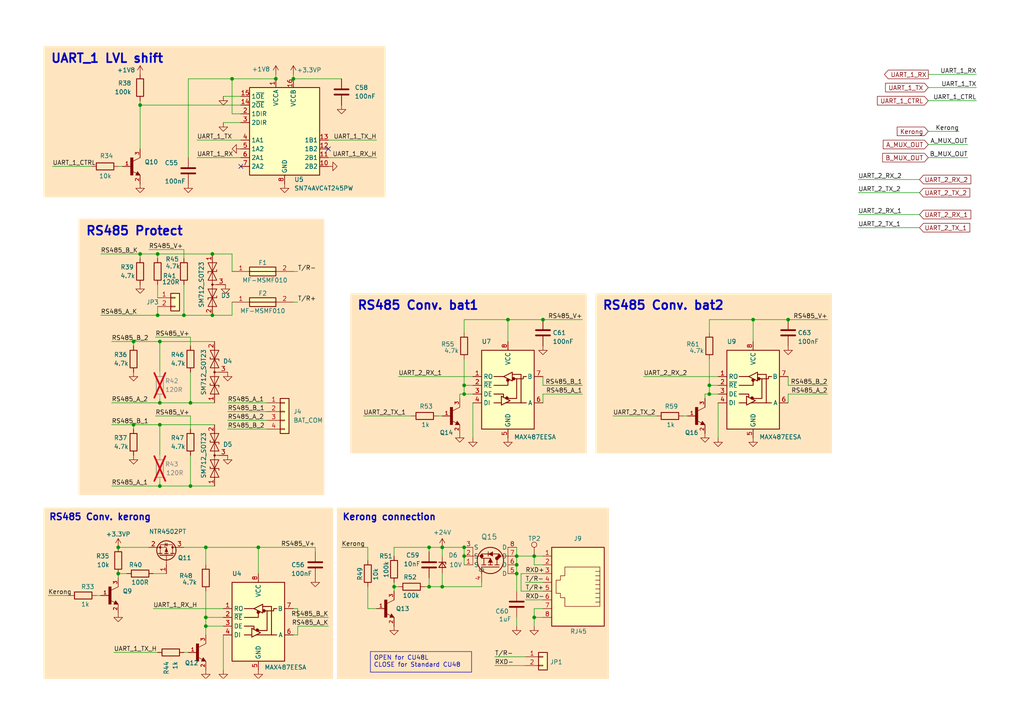
<source format=kicad_sch>
(kicad_sch (version 20231120) (generator "eeschema") (generator_version "8.0")
  (paper "A4")
  (title_block (title "Mallow Adapter") (rev "v1.0") (company "BLOQ.it") (comment 1 "A.Martins"))
  (junction (at 154.94 161.29))
  (junction (at 124.46 170.18))
  (junction (at 46.355 140.97))
  (junction (at 61.595 91.44))
  (junction (at 74.93 158.75))
  (junction (at 61.595 73.66))
  (junction (at 55.245 140.97))
  (junction (at 55.245 116.84))
  (junction (at 147.32 92.71))
  (junction (at 134.62 161.29))
  (junction (at 59.69 158.75))
  (junction (at 128.27 158.75))
  (junction (at 45.72 73.66))
  (junction (at 149.86 161.29))
  (junction (at 85.09 22.86))
  (junction (at 124.46 158.75))
  (junction (at 38.735 123.19))
  (junction (at 205.74 111.76))
  (junction (at 134.62 114.3))
  (junction (at 128.27 170.18))
  (junction (at 34.29 166.37))
  (junction (at 114.3 170.18))
  (junction (at 46.355 116.84))
  (junction (at 53.34 91.44))
  (junction (at 40.64 30.48))
  (junction (at 134.62 158.75))
  (junction (at 34.29 158.75))
  (junction (at 38.735 99.06))
  (junction (at 59.69 181.61))
  (junction (at 149.86 166.37))
  (junction (at 218.44 92.71))
  (junction (at 80.01 22.86))
  (junction (at 59.69 179.07))
  (junction (at 40.64 73.66))
  (junction (at 157.48 92.71))
  (junction (at 67.31 22.86))
  (junction (at 205.74 114.3))
  (junction (at 134.62 111.76))
  (junction (at 149.86 163.83))
  (junction (at 46.355 123.19))
  (junction (at 46.355 99.06))
  (junction (at 228.6 92.71))
  (junction (at 154.94 179.07))
  (junction (at 45.72 91.44))
  (no_connect (at 95.25 43.18))
  (no_connect (at 69.85 48.26))
  (wire (pts (xy 137.16 127) (xy 137.16 116.84)))
  (wire (pts (xy 157.48 179.07) (xy 154.94 179.07)))
  (wire (pts (xy 269.24 41.91) (xy 280.67 41.91)))
  (wire (pts (xy 61.595 91.44) (xy 67.31 91.44)))
  (wire (pts (xy 168.91 92.71) (xy 157.48 92.71)))
  (wire (pts (xy 154.94 161.29) (xy 157.48 161.29)))
  (wire (pts (xy 86.36 181.61) (xy 95.25 181.61)))
  (wire (pts (xy 115.57 109.22) (xy 137.16 109.22)))
  (wire (pts (xy 143.51 193.04) (xy 152.4 193.04)))
  (wire (pts (xy 114.3 158.75) (xy 124.46 158.75)))
  (wire (pts (xy 46.355 99.06) (xy 62.23 99.06)))
  (wire (pts (xy 157.48 114.3) (xy 157.48 116.84)))
  (wire (pts (xy 59.69 158.75) (xy 74.93 158.75)))
  (wire (pts (xy 157.48 114.3) (xy 168.91 114.3)))
  (wire (pts (xy 45.72 73.66) (xy 61.595 73.66)))
  (wire (pts (xy 85.09 78.74) (xy 86.36 78.74)))
  (wire (pts (xy 127 120.65) (xy 128.27 120.65)))
  (wire (pts (xy 248.92 52.07) (xy 266.7 52.07)))
  (wire (pts (xy 85.09 21.59) (xy 85.09 22.86)))
  (wire (pts (xy 20.32 172.72) (xy 13.97 172.72)))
  (wire (pts (xy 86.36 176.53) (xy 85.09 176.53)))
  (wire (pts (xy 86.36 181.61) (xy 86.36 184.15)))
  (wire (pts (xy 205.74 92.71) (xy 205.74 96.52)))
  (wire (pts (xy 137.16 111.76) (xy 134.62 111.76)))
  (wire (pts (xy 53.34 189.23) (xy 54.61 189.23)))
  (wire (pts (xy 59.69 171.45) (xy 59.69 179.07)))
  (wire (pts (xy 149.86 181.61) (xy 149.86 179.07)))
  (wire (pts (xy 147.32 92.71) (xy 157.48 92.71)))
  (wire (pts (xy 128.27 158.75) (xy 134.62 158.75)))
  (wire (pts (xy 139.7 170.18) (xy 139.7 168.91)))
  (wire (pts (xy 269.24 21.59) (xy 283.21 21.59)))
  (wire (pts (xy 27.94 172.72) (xy 29.21 172.72)))
  (wire (pts (xy 64.77 184.15) (xy 64.77 194.31)))
  (wire (pts (xy 147.32 92.71) (xy 147.32 99.06)))
  (wire (pts (xy 177.8 120.65) (xy 190.5 120.65)))
  (wire (pts (xy 248.92 66.04) (xy 266.7 66.04)))
  (wire (pts (xy 59.69 181.61) (xy 64.77 181.61)))
  (wire (pts (xy 85.09 87.63) (xy 86.36 87.63)))
  (wire (pts (xy 123.19 170.18) (xy 124.46 170.18)))
  (wire (pts (xy 45.72 82.55) (xy 45.72 86.36)))
  (wire (pts (xy 45.085 120.65) (xy 55.245 120.65)))
  (wire (pts (xy 205.74 111.76) (xy 205.74 114.3)))
  (wire (pts (xy 53.34 91.44) (xy 61.595 91.44)))
  (wire (pts (xy 248.92 62.23) (xy 266.7 62.23)))
  (wire (pts (xy 157.48 176.53) (xy 154.94 176.53)))
  (wire (pts (xy 46.355 139.7) (xy 46.355 140.97)))
  (wire (pts (xy 38.735 123.19) (xy 46.355 123.19)))
  (wire (pts (xy 34.29 158.75) (xy 43.18 158.75)))
  (wire (pts (xy 208.28 127) (xy 208.28 116.84)))
  (wire (pts (xy 149.86 158.75) (xy 149.86 161.29)))
  (wire (pts (xy 149.86 161.29) (xy 149.86 163.83)))
  (wire (pts (xy 40.64 30.48) (xy 40.64 43.18)))
  (wire (pts (xy 134.62 111.76) (xy 134.62 114.3)))
  (wire (pts (xy 269.24 29.21) (xy 283.21 29.21)))
  (wire (pts (xy 34.29 48.26) (xy 35.56 48.26)))
  (wire (pts (xy 157.48 111.76) (xy 157.48 109.22)))
  (wire (pts (xy 124.46 158.75) (xy 124.46 160.02)))
  (wire (pts (xy 154.94 176.53) (xy 154.94 179.07)))
  (wire (pts (xy 55.245 140.97) (xy 62.23 140.97)))
  (wire (pts (xy 283.21 25.4) (xy 269.24 25.4)))
  (wire (pts (xy 114.3 171.45) (xy 114.3 170.18)))
  (wire (pts (xy 204.47 115.57) (xy 204.47 114.3)))
  (wire (pts (xy 32.385 140.97) (xy 46.355 140.97)))
  (wire (pts (xy 32.385 116.84) (xy 46.355 116.84)))
  (wire (pts (xy 205.74 114.3) (xy 208.28 114.3)))
  (wire (pts (xy 32.385 123.19) (xy 38.735 123.19)))
  (wire (pts (xy 45.72 91.44) (xy 53.34 91.44)))
  (wire (pts (xy 38.735 100.33) (xy 38.735 99.06)))
  (wire (pts (xy 204.47 114.3) (xy 205.74 114.3)))
  (wire (pts (xy 80.01 21.59) (xy 80.01 22.86)))
  (wire (pts (xy 54.61 22.86) (xy 67.31 22.86)))
  (wire (pts (xy 64.77 27.94) (xy 69.85 27.94)))
  (wire (pts (xy 46.355 123.19) (xy 46.355 132.08)))
  (wire (pts (xy 64.77 35.56) (xy 69.85 35.56)))
  (wire (pts (xy 152.4 173.99) (xy 157.48 173.99)))
  (wire (pts (xy 152.4 168.91) (xy 157.48 168.91)))
  (wire (pts (xy 54.61 22.86) (xy 54.61 45.72)))
  (wire (pts (xy 53.34 158.75) (xy 59.69 158.75)))
  (wire (pts (xy 66.04 119.38) (xy 77.47 119.38)))
  (wire (pts (xy 66.04 116.84) (xy 77.47 116.84)))
  (wire (pts (xy 53.34 72.39) (xy 53.34 74.93)))
  (wire (pts (xy 44.45 176.53) (xy 64.77 176.53)))
  (wire (pts (xy 45.72 73.66) (xy 45.72 74.93)))
  (wire (pts (xy 240.03 92.71) (xy 228.6 92.71)))
  (wire (pts (xy 134.62 114.3) (xy 137.16 114.3)))
  (wire (pts (xy 154.94 163.83) (xy 154.94 161.29)))
  (wire (pts (xy 86.36 179.07) (xy 86.36 176.53)))
  (wire (pts (xy 269.24 38.1) (xy 278.13 38.1)))
  (wire (pts (xy 66.04 121.92) (xy 77.47 121.92)))
  (wire (pts (xy 53.34 82.55) (xy 53.34 91.44)))
  (wire (pts (xy 109.22 45.72) (xy 95.25 45.72)))
  (wire (pts (xy 69.85 45.72) (xy 57.15 45.72)))
  (wire (pts (xy 151.13 166.37) (xy 151.13 171.45)))
  (wire (pts (xy 269.24 45.72) (xy 280.67 45.72)))
  (wire (pts (xy 46.355 116.84) (xy 55.245 116.84)))
  (wire (pts (xy 59.69 184.15) (xy 59.69 181.61)))
  (wire (pts (xy 44.45 166.37) (xy 48.26 166.37)))
  (wire (pts (xy 66.04 124.46) (xy 77.47 124.46)))
  (wire (pts (xy 157.48 111.76) (xy 168.91 111.76)))
  (wire (pts (xy 34.29 166.37) (xy 34.29 167.64)))
  (wire (pts (xy 149.86 163.83) (xy 149.86 166.37)))
  (wire (pts (xy 205.74 104.14) (xy 205.74 111.76)))
  (wire (pts (xy 151.13 171.45) (xy 157.48 171.45)))
  (wire (pts (xy 40.64 74.93) (xy 40.64 73.66)))
  (wire (pts (xy 105.41 120.65) (xy 119.38 120.65)))
  (wire (pts (xy 38.735 124.46) (xy 38.735 123.19)))
  (wire (pts (xy 40.64 29.21) (xy 40.64 30.48)))
  (wire (pts (xy 67.31 22.86) (xy 80.01 22.86)))
  (wire (pts (xy 29.21 91.44) (xy 45.72 91.44)))
  (wire (pts (xy 124.46 167.64) (xy 124.46 170.18)))
  (wire (pts (xy 67.31 78.74) (xy 67.31 73.66)))
  (wire (pts (xy 59.69 179.07) (xy 64.77 179.07)))
  (wire (pts (xy 67.31 33.02) (xy 67.31 22.86)))
  (wire (pts (xy 46.355 140.97) (xy 55.245 140.97)))
  (wire (pts (xy 124.46 158.75) (xy 128.27 158.75)))
  (wire (pts (xy 59.69 158.75) (xy 59.69 163.83)))
  (wire (pts (xy 114.3 170.18) (xy 115.57 170.18)))
  (wire (pts (xy 114.3 168.91) (xy 114.3 170.18)))
  (wire (pts (xy 55.245 132.08) (xy 55.245 140.97)))
  (wire (pts (xy 228.6 114.3) (xy 228.6 116.84)))
  (wire (pts (xy 43.18 72.39) (xy 53.34 72.39)))
  (wire (pts (xy 74.93 158.75) (xy 91.44 158.75)))
  (wire (pts (xy 69.85 33.02) (xy 67.31 33.02)))
  (wire (pts (xy 34.29 166.37) (xy 36.83 166.37)))
  (wire (pts (xy 186.69 109.22) (xy 208.28 109.22)))
  (wire (pts (xy 208.28 111.76) (xy 205.74 111.76)))
  (wire (pts (xy 109.22 40.64) (xy 95.25 40.64)))
  (wire (pts (xy 46.355 99.06) (xy 46.355 107.95)))
  (wire (pts (xy 147.32 92.71) (xy 134.62 92.71)))
  (wire (pts (xy 85.09 184.15) (xy 86.36 184.15)))
  (wire (pts (xy 99.06 158.75) (xy 106.68 158.75)))
  (wire (pts (xy 134.62 104.14) (xy 134.62 111.76)))
  (wire (pts (xy 86.36 179.07) (xy 95.25 179.07)))
  (wire (pts (xy 149.86 166.37) (xy 149.86 171.45)))
  (wire (pts (xy 46.355 123.19) (xy 62.23 123.19)))
  (wire (pts (xy 218.44 92.71) (xy 205.74 92.71)))
  (wire (pts (xy 55.245 120.65) (xy 55.245 124.46)))
  (wire (pts (xy 46.355 115.57) (xy 46.355 116.84)))
  (wire (pts (xy 29.21 73.66) (xy 40.64 73.66)))
  (wire (pts (xy 61.595 73.66) (xy 67.31 73.66)))
  (wire (pts (xy 218.44 92.71) (xy 228.6 92.71)))
  (wire (pts (xy 15.24 48.26) (xy 26.67 48.26)))
  (wire (pts (xy 57.15 40.64) (xy 69.85 40.64)))
  (wire (pts (xy 106.68 176.53) (xy 109.22 176.53)))
  (wire (pts (xy 154.94 179.07) (xy 154.94 181.61)))
  (wire (pts (xy 85.09 22.86) (xy 99.06 22.86)))
  (wire (pts (xy 133.35 115.57) (xy 133.35 114.3)))
  (wire (pts (xy 134.62 92.71) (xy 134.62 96.52)))
  (wire (pts (xy 114.3 158.75) (xy 114.3 161.29)))
  (wire (pts (xy 133.35 114.3) (xy 134.62 114.3)))
  (wire (pts (xy 32.385 99.06) (xy 38.735 99.06)))
  (wire (pts (xy 55.245 116.84) (xy 62.23 116.84)))
  (wire (pts (xy 128.27 166.37) (xy 128.27 170.18)))
  (wire (pts (xy 134.62 158.75) (xy 134.62 161.29)))
  (wire (pts (xy 55.245 107.95) (xy 55.245 116.84)))
  (wire (pts (xy 74.93 158.75) (xy 74.93 166.37)))
  (wire (pts (xy 228.6 114.3) (xy 240.03 114.3)))
  (wire (pts (xy 67.31 87.63) (xy 67.31 91.44)))
  (wire (pts (xy 45.72 88.9) (xy 45.72 91.44)))
  (wire (pts (xy 40.64 30.48) (xy 69.85 30.48)))
  (wire (pts (xy 38.735 99.06) (xy 46.355 99.06)))
  (wire (pts (xy 106.68 162.56) (xy 106.68 158.75)))
  (wire (pts (xy 228.6 111.76) (xy 240.03 111.76)))
  (wire (pts (xy 149.86 161.29) (xy 154.94 161.29)))
  (wire (pts (xy 128.27 170.18) (xy 139.7 170.18)))
  (wire (pts (xy 124.46 170.18) (xy 128.27 170.18)))
  (wire (pts (xy 218.44 92.71) (xy 218.44 99.06)))
  (wire (pts (xy 134.62 161.29) (xy 134.62 163.83)))
  (wire (pts (xy 45.085 97.79) (xy 55.245 97.79)))
  (wire (pts (xy 40.64 73.66) (xy 45.72 73.66)))
  (wire (pts (xy 143.51 190.5) (xy 152.4 190.5)))
  (wire (pts (xy 128.27 158.75) (xy 128.27 161.29)))
  (wire (pts (xy 55.245 97.79) (xy 55.245 100.33)))
  (wire (pts (xy 106.68 170.18) (xy 106.68 176.53)))
  (wire (pts (xy 157.48 163.83) (xy 154.94 163.83)))
  (wire (pts (xy 248.92 55.88) (xy 266.7 55.88)))
  (wire (pts (xy 33.02 189.23) (xy 45.72 189.23)))
  (wire (pts (xy 59.69 179.07) (xy 59.69 181.61)))
  (wire (pts (xy 198.12 120.65) (xy 199.39 120.65)))
  (wire (pts (xy 151.13 166.37) (xy 157.48 166.37)))
  (wire (pts (xy 228.6 111.76) (xy 228.6 109.22)))
  (wire (pts (xy 91.44 158.75) (xy 91.44 160.02)))
  (text_box "UART_1 LVL shift" (at 12.7 13.462 0) (size 99.06 43.688) (stroke (width 0) (color 255 229 191 1)) (fill (type color) (color 255 229 191 1)) (effects (font (size 2.54 2.54) (thickness 0.508) (bold yes)) (justify left top)))
  (text_box "OPEN for CU48L\nCLOSE for Standard CU48" (at 107.442 188.976 0) (size 29.337 5.969) (fill (type color) (color 255 255 194 1)) (effects (font (size 1.27 1.27)) (justify left top)))
  (text_box "RS485 Conv. kerong" (at 12.7 147.32 0) (size 83.82 49.53) (stroke (width 0) (color 255 229 191 1)) (fill (type color) (color 255 229 191 1)) (effects (font (size 1.905 1.905) (thickness 0.381) (bold yes)) (justify left top)))
  (text_box "RS485 Conv. bat1" (at 101.6 85.09 0) (size 68.58 46.355) (stroke (width -0.0001)) (fill (type color) (color 255 229 191 1)) (effects (font (size 2.54 2.54) (thickness 0.508) (bold yes)) (justify left top)))
  (text_box "RS485 Protect" (at 22.86 63.5 0) (size 71.12 80.01) (stroke (width 0) (color 255 229 191 1)) (fill (type color) (color 255 229 191 1)) (effects (font (size 2.54 2.54) (thickness 0.508) (bold yes)) (justify left top)))
  (text_box "Kerong connection" (at 97.79 147.32 0) (size 78.74 49.53) (stroke (width 0) (color 255 229 191 1)) (fill (type color) (color 255 229 191 1)) (effects (font (size 1.905 1.905) (thickness 0.381) (bold yes)) (justify left top)))
  (text_box "RS485 Conv. bat2" (at 172.72 85.09 0) (size 68.58 46.355) (stroke (width -0.0001)) (fill (type color) (color 255 229 191 1)) (effects (font (size 2.54 2.54) (thickness 0.508) (bold yes)) (justify left top)))
  (label "UART_1_RX_H" (at 44.45 176.53 0))
  (label "RS485_B_1" (at 32.385 123.19 0))
  (label "UART_2_RX_2" (at 186.69 109.22 0))
  (label "RS485_V+" (at 45.085 120.65 0))
  (label "UART_1_TX_H" (at 109.22 40.64 180))
  (label "RS485_B_K" (at 95.25 179.07 180))
  (label "RS485_A_2" (at 66.04 121.92 0))
  (label "RS485_V+" (at 91.44 158.75 180))
  (label "RS485_V+" (at 43.18 72.39 0))
  (label "T{slash}R-" (at 86.36 78.74 0))
  (label "UART_1_CTRL" (at 283.21 29.21 180))
  (label "UART_1_CTRL" (at 15.24 48.26 0))
  (label "RS485_B_1" (at 66.04 119.38 0))
  (label "UART_2_RX_1" (at 248.92 62.23 0))
  (label "UART_2_TX_2" (at 177.8 120.65 0))
  (label "RXD+" (at 152.4 166.37 0))
  (label "UART_1_TX" (at 57.15 40.64 0))
  (label "RS485_A_2" (at 32.385 116.84 0))
  (label "T{slash}R+" (at 86.36 87.63 0))
  (label "RS485_V+" (at 168.91 92.71 180))
  (label "T{slash}R+" (at 152.4 171.45 0))
  (label "UART_2_TX_1" (at 105.41 120.65 0))
  (label "RS485_A_1" (at 32.385 140.97 0))
  (label "UART_1_RX" (at 57.15 45.72 0))
  (label "UART_2_RX_2" (at 248.92 52.07 0))
  (label "UART_2_TX_2" (at 248.92 55.88 0))
  (label "RS485_B_1" (at 168.91 111.76 180))
  (label "RS485_A_1" (at 66.04 116.84 0))
  (label "RS485_A_1" (at 168.91 114.3 180))
  (label "UART_1_TX_H" (at 33.02 189.23 0))
  (label "UART_2_TX_1" (at 248.92 66.04 0))
  (label "UART_1_RX" (at 283.21 21.59 180))
  (label "RS485_B_K" (at 29.21 73.66 0))
  (label "RS485_B_2" (at 66.04 124.46 0))
  (label "UART_1_RX_H" (at 109.22 45.72 180))
  (label "RS485_A_K" (at 95.25 181.61 180))
  (label "RS485_A_2" (at 240.03 114.3 180))
  (label "B_MUX_OUT" (at 280.67 45.72 180))
  (label "RXD-" (at 143.51 193.04 0))
  (label "RXD-" (at 152.4 173.99 0))
  (label "RS485_B_2" (at 32.385 99.06 0))
  (label "T{slash}R-" (at 152.4 168.91 0))
  (label "RS485_V+" (at 240.03 92.71 180))
  (label "A_MUX_OUT" (at 280.67 41.91 180))
  (label "Kerong" (at 13.97 172.72 0))
  (label "RS485_V+" (at 45.085 97.79 0))
  (label "UART_2_RX_1" (at 115.57 109.22 0))
  (label "Kerong" (at 278.13 38.1 180))
  (label "RS485_A_K" (at 29.21 91.44 0))
  (label "UART_1_TX" (at 283.21 25.4 180))
  (label "T{slash}R-" (at 143.51 190.5 0))
  (label "RS485_B_2" (at 240.03 111.76 180))
  (label "Kerong" (at 99.06 158.75 0))
  (global_label "B_MUX_OUT" (shape input) (at 269.24 45.72 180) (property "Intersheetrefs" "${INTERSHEET_REFS}" (effects (hide yes))))
  (global_label "UART_2_RX_1" (shape input) (at 266.7 62.23 0) (property "Intersheetrefs" "${INTERSHEET_REFS}" (effects (hide yes))))
  (global_label "UART_2_RX_2" (shape input) (at 266.7 52.07 0) (property "Intersheetrefs" "${INTERSHEET_REFS}" (effects (hide yes))))
  (global_label "UART_2_TX_1" (shape input) (at 266.7 66.04 0) (property "Intersheetrefs" "${INTERSHEET_REFS}" (effects (hide yes))))
  (global_label "A_MUX_OUT" (shape input) (at 269.24 41.91 180) (property "Intersheetrefs" "${INTERSHEET_REFS}" (effects (hide yes))))
  (global_label "UART_1_CTRL" (shape input) (at 269.24 29.21 180) (property "Intersheetrefs" "${INTERSHEET_REFS}" (effects (hide yes))))
  (global_label "UART_2_TX_2" (shape input) (at 266.7 55.88 0) (property "Intersheetrefs" "${INTERSHEET_REFS}" (effects (hide yes))))
  (global_label "UART_1_TX" (shape input) (at 269.24 25.4 180) (property "Intersheetrefs" "${INTERSHEET_REFS}" (effects (hide yes))))
  (global_label "UART_1_RX" (shape output) (at 269.24 21.59 180) (property "Intersheetrefs" "${INTERSHEET_REFS}" (effects (hide yes))))
  (global_label "Kerong" (shape input) (at 269.24 38.1 180) (property "Intersheetrefs" "${INTERSHEET_REFS}" (effects (hide yes))))
  (symbol (lib_id "Diode:SM712_SOT23") (at 62.23 107.95 90) (unit 1)
    (property "Reference" "D4" (at 66.04 104.775 90))
    (property "Value" "SM712_SOT23" (at 59.055 107.95 0))
    (property "Footprint" "Package_TO_SOT_SMD:SOT-23" (effects (hide yes)))
    (property "Datasheet" "https://www.littelfuse.com/~/media/electronics/datasheets/tvs_diode_arrays/littelfuse_tvs_diode_array_sm712_datasheet.pdf.pdf" (effects (hide yes)))
  )
  (symbol (lib_id "Device:R") (at 59.69 167.64 180) (unit 1)
    (property "Reference" "R48" (at 55.88 167.005 0) (effects (justify left)))
    (property "Value" "4.7k" (at 57.15 168.91 0) (effects (justify left)))
    (property "Footprint" "Resistor_SMD:R_0603_1608Metric" (effects (hide yes)))
    (instances (project "" (path "" (reference "R48") (unit 1))) (project "dahlia_adapter" (path "" (reference "R?") (unit 1))))
  )
  (symbol (lib_id "Device:R") (at 49.53 189.23 270) (unit 1)
    (property "Reference" "R44" (at 48.26 191.77 0) (effects (justify left)))
    (property "Value" "1k" (at 50.8 191.77 0) (effects (justify left)))
    (property "Footprint" "Resistor_SMD:R_0603_1608Metric" (effects (hide yes)))
    (instances (project "" (path "" (reference "R44") (unit 1))) (project "dahlia_adapter" (path "" (reference "R?") (unit 1))))
  )
  (symbol (lib_id "power:GND") (at 66.04 107.95 0) (mirror y) (unit 1)
    (property "Reference" "#PWR0127" (effects (hide yes)))
    (property "Value" "GND" (effects (hide yes)))
  )
  (symbol (lib_id "power:GND") (at 149.86 181.61 0) (mirror y) (unit 1)
    (property "Reference" "#PWR0148" (effects (hide yes)))
    (property "Value" "GND" (effects (hide yes)))
    (instances (project "" (path "" (reference "#PWR0148") (unit 1))) (project "dahlia_adapter" (path "" (reference "#PWR?") (unit 1))))
  )
  (symbol (lib_id "power:+1V8") (at 80.01 21.59 0) (unit 1)
    (property "Reference" "#PWR0132" (effects (hide yes)))
    (property "Value" "+1V8" (at 75.692 20.066 0))
    (instances (project "" (path "" (reference "#PWR0132") (unit 1))) (project "dahlia_adapter" (path "" (reference "#PWR?") (unit 1))))
  )
  (symbol (lib_id "Connector_Generic:Conn_01x02") (at 50.8 86.36 0) (unit 1)
    (property "Reference" "JP3" (at 42.418 87.63 0) (effects (justify left)))
    (property "Value" "Conn_01x02" (effects (hide yes)))
    (property "Footprint" "Connector_PinHeader_2.54mm:PinHeader_1x02_P2.54mm_Vertical" (effects (hide yes)))
    (property "Description" "Generic connector, single row, 01x02, script generated (kicad-library-utils/schlib/autogen/connector/)" (effects (hide yes)))
  )
  (symbol (lib_id "power:GND") (at 95.25 48.26 90) (mirror x) (unit 1)
    (property "Reference" "#PWR0137" (effects (hide yes)))
    (property "Value" "GND" (effects (hide yes)))
    (instances (project "" (path "" (reference "#PWR0137") (unit 1))) (project "dahlia_adapter" (path "" (reference "#PWR?") (unit 1))))
  )
  (symbol (lib_id "Device:R") (at 24.13 172.72 270) (unit 1)
    (property "Reference" "R33" (at 23.495 170.18 90) (effects (justify left)))
    (property "Value" "1k" (at 23.495 175.26 90) (effects (justify left)))
    (property "Footprint" "Resistor_SMD:R_0603_1608Metric" (effects (hide yes)))
    (instances (project "" (path "" (reference "R33") (unit 1))) (project "dahlia_adapter" (path "" (reference "R?") (unit 1))))
  )
  (symbol (lib_id "Interface_UART:MAX487E") (at 147.32 111.76 0) (unit 1)
    (property "Reference" "U7" (at 139.7 99.06 0) (effects (justify left)))
    (property "Value" "MAX487EESA" (at 149.098 126.746 0) (effects (justify left)))
    (property "Footprint" "Package_SO:SOIC-8_3.9x4.9mm_P1.27mm" (effects (hide yes)))
    (property "Datasheet" "https://datasheets.maximintegrated.com/en/ds/MAX1487E-MAX491E.pdf" (effects (hide yes)))
  )
  (symbol (lib_id "MSMF010:MF-MSMF010") (at 67.31 78.74 0) (unit 1)
    (property "Reference" "F1" (at 76.2 76.2 0))
    (property "Value" "MF-MSMF010" (at 76.835 81.28 0))
    (property "Footprint" "libs:FUSC4632X110N" (effects (hide yes)))
    (property "Reference_1" "F" (effects (hide yes)))
    (property "Value_1" "MF-MSMF010" (effects (hide yes)))
    (property "Footprint_1" "FUSC4632X110N" (effects (hide yes)))
    (property "Datasheet_1" "https://www.bourns.com/docs/Product-Datasheets/mfmsmf.pdf" (effects (hide yes)))
    (property "Height" "1.1" (effects (hide yes)))
    (property "Manufacturer_Name" "Bourns" (effects (hide yes)))
    (property "Manufacturer_Part_Number" "MF-MSMF010" (effects (hide yes)))
  )
  (symbol (lib_id "Device:R") (at 40.64 25.4 180) (unit 1)
    (property "Reference" "R38" (at 38.1 24.13 0) (effects (justify left)))
    (property "Value" "100k" (at 38.1 26.67 0) (effects (justify left)))
    (property "Footprint" "Resistor_SMD:R_0603_1608Metric" (effects (hide yes)))
    (instances (project "" (path "" (reference "R38") (unit 1))) (project "dahlia_adapter" (path "" (reference "R?") (unit 1))))
  )
  (symbol (lib_id "power:GND") (at 59.69 194.31 0) (mirror y) (unit 1)
    (property "Reference" "#PWR0123" (effects (hide yes)))
    (property "Value" "GND" (effects (hide yes)))
    (instances (project "" (path "" (reference "#PWR0123") (unit 1))) (project "dahlia_adapter" (path "" (reference "#PWR?") (unit 1))))
  )
  (symbol (lib_id "power:GND") (at 82.55 53.34 0) (mirror y) (unit 1)
    (property "Reference" "#PWR0133" (effects (hide yes)))
    (property "Value" "GND" (effects (hide yes)))
    (instances (project "" (path "" (reference "#PWR0133") (unit 1))) (project "dahlia_adapter" (path "" (reference "#PWR?") (unit 1))))
  )
  (symbol (lib_id "power:GND") (at 228.6 100.33 0) (unit 1)
    (property "Reference" "#PWR0158" (effects (hide yes)))
    (property "Value" "GND" (effects (hide yes)))
  )
  (symbol (lib_id "Connector:RJ45") (at 167.64 168.91 180) (unit 1)
    (property "Reference" "J9" (at 166.37 156.21 0) (effects (justify right)))
    (property "Value" "RJ45" (at 165.354 183.134 0) (effects (justify right)))
    (property "Footprint" "Connector_RJ:RJ45_OST_PJ012-8P8CX_Vertical" (effects (hide yes)))
    (property "Datasheet" "54602-908LF " (effects (hide yes)))
    (instances (project "" (path "" (reference "J9") (unit 1))) (project "dahlia_adapter" (path "" (reference "J?") (unit 1))))
  )
  (symbol (lib_id "SS8050-G:SS8050-G") (at 38.1 48.26 0) (unit 1)
    (property "Reference" "Q10" (at 41.91 46.9899 0) (effects (justify left)))
    (property "Value" "SS8050-G" (effects (hide yes)))
    (property "Footprint" "libs:TRANS_SS8050-G" (effects (hide yes)))
    (property "Description" "\nBipolar (BJT) Transistor NPN 25 V 1.5 A 100MHz 300 mW Surface Mount SOT-23-3\n" (effects (hide yes)))
    (property "MF" "Comchip Technology" (effects (hide yes)))
    (property "MAXIMUM_PACKAGE_HEIGHT" "1.05 mm" (effects (hide yes)))
    (property "Package" "TO-236 Comchip" (effects (hide yes)))
    (property "Price" "None" (effects (hide yes)))
    (property "Check_prices" "https://www.snapeda.com/parts/SS8050-G/Comchip+Technology/view-part/?ref=eda" (effects (hide yes)))
    (property "STANDARD" "Manufacturer Recommendations" (effects (hide yes)))
    (property "PARTREV" "A" (effects (hide yes)))
    (property "SnapEDA_Link" "https://www.snapeda.com/parts/SS8050-G/Comchip+Technology/view-part/?ref=snap" (effects (hide yes)))
    (property "MP" "SS8050-G" (effects (hide yes)))
    (property "Purchase-URL" "https://www.snapeda.com/api/url_track_click_mouser/?unipart_id=809142&manufacturer=Comchip Technology&part_name=SS8050-G&search_term=ss8050-g" (effects (hide yes)))
    (property "Availability" "In Stock" (effects (hide yes)))
    (property "MANUFACTURER" "Comchip" (effects (hide yes)))
    (instances (project "" (path "" (reference "Q10") (unit 1))) (project "dahlia_adapter" (path "" (reference "Q?") (unit 1))))
  )
  (symbol (lib_id "MSMF010:MF-MSMF010") (at 67.31 87.63 0) (unit 1)
    (property "Reference" "F2" (at 76.2 85.09 0))
    (property "Value" "MF-MSMF010" (at 76.2 90.17 0))
    (property "Footprint" "libs:FUSC4632X110N" (effects (hide yes)))
    (property "Reference_1" "F" (effects (hide yes)))
    (property "Value_1" "MF-MSMF010" (effects (hide yes)))
    (property "Footprint_1" "FUSC4632X110N" (effects (hide yes)))
    (property "Datasheet_1" "https://www.bourns.com/docs/Product-Datasheets/mfmsmf.pdf" (effects (hide yes)))
    (property "Height" "1.1" (effects (hide yes)))
    (property "Manufacturer_Name" "Bourns" (effects (hide yes)))
    (property "Manufacturer_Part_Number" "MF-MSMF010" (effects (hide yes)))
  )
  (symbol (lib_id "power:GND") (at 38.735 132.08 0) (mirror y) (unit 1)
    (property "Reference" "#PWR0118" (effects (hide yes)))
    (property "Value" "GND" (effects (hide yes)))
  )
  (symbol (lib_id "Device:R") (at 119.38 170.18 90) (unit 1)
    (property "Reference" "R52" (at 120.904 167.386 90) (effects (justify left)))
    (property "Value" "100k" (at 121.666 172.72 90) (effects (justify left)))
    (property "Footprint" "Resistor_SMD:R_0603_1608Metric" (effects (hide yes)))
    (instances (project "" (path "" (reference "R52") (unit 1))) (project "dahlia_adapter" (path "" (reference "R?") (unit 1))))
  )
  (symbol (lib_id "SI7463DP:SI7463DP-T1-E3") (at 139.7 168.91 90) (unit 1)
    (property "Reference" "Q15" (at 144.272 155.702 90) (effects (font (size 1.524 1.524)) (justify left)))
    (property "Value" "SI7463DP-T1-E3" (effects (hide yes)))
    (property "Footprint" "MOSFET_65DP-T1-E3_VIS" (effects (hide yes)))
    (property "Datasheet" "SI7463DP-T1-E3" (effects (hide yes)))
    (instances (project "" (path "" (reference "Q15") (unit 1))) (project "dahlia_adapter" (path "" (reference "U?") (unit 1))))
  )
  (symbol (lib_id "Diode:SM712_SOT23") (at 61.595 82.55 90) (mirror x) (unit 1)
    (property "Reference" "D3" (at 65.405 85.725 90))
    (property "Value" "SM712_SOT23" (at 58.42 82.55 0))
    (property "Footprint" "Package_TO_SOT_SMD:SOT-23" (effects (hide yes)))
    (property "Datasheet" "https://www.littelfuse.com/~/media/electronics/datasheets/tvs_diode_arrays/littelfuse_tvs_diode_array_sm712_datasheet.pdf.pdf" (effects (hide yes)))
  )
  (symbol (lib_id "Device:R") (at 106.68 166.37 0) (unit 1)
    (property "Reference" "R49" (at 104.394 168.402 90) (effects (justify left)))
    (property "Value" "10k" (at 108.966 168.402 90) (effects (justify left)))
    (property "Footprint" "Resistor_SMD:R_0603_1608Metric" (effects (hide yes)))
    (instances (project "" (path "" (reference "R49") (unit 1))) (project "dahlia_adapter" (path "" (reference "R?") (unit 1))))
  )
  (symbol (lib_id "Device:R") (at 40.64 166.37 90) (unit 1)
    (property "Reference" "R40" (at 41.275 163.83 90) (effects (justify left)))
    (property "Value" "100R" (at 43.18 168.91 90) (effects (justify left)))
    (property "Footprint" "Resistor_SMD:R_0603_1608Metric" (effects (hide yes)))
    (instances (project "" (path "" (reference "R40") (unit 1))) (project "dahlia_adapter" (path "" (reference "R?") (unit 1))))
  )
  (symbol (lib_id "Device:R") (at 45.72 78.74 0) (unit 1)
    (property "Reference" "R41" (at 47.244 80.01 0) (effects (justify left)))
    (property "Value" "120R" (at 46.99 81.788 0) (effects (justify left)))
    (property "Footprint" "Resistor_SMD:R_0603_1608Metric" (effects (hide yes)))
  )
  (symbol (lib_id "Connector:TestPoint") (at 154.94 161.29 0) (unit 1)
    (property "Reference" "TP2" (at 153.162 156.21 0) (effects (justify left)))
    (property "Value" "TestPoint" (effects (hide yes)))
    (property "Footprint" "TestPoint:TestPoint_Pad_D2.0mm" (effects (hide yes)))
    (property "Description" "test point" (effects (hide yes)))
    (instances (project "" (path "" (reference "TP2") (unit 1))) (project "" (path "" (reference "TP?") (unit 1))))
  )
  (symbol (lib_id "power:GND") (at 218.44 127 0) (mirror y) (unit 1)
    (property "Reference" "#PWR0157" (effects (hide yes)))
    (property "Value" "GND" (effects (hide yes)))
  )
  (symbol (lib_id "Device:R") (at 55.245 128.27 0) (unit 1)
    (property "Reference" "R47" (at 49.53 127 0) (effects (justify left)))
    (property "Value" "4.7k" (at 49.53 129.54 0) (effects (justify left)))
    (property "Footprint" "Resistor_SMD:R_0603_1608Metric" (effects (hide yes)))
  )
  (symbol (lib_id "power:GND") (at 38.735 107.95 0) (mirror y) (unit 1)
    (property "Reference" "#PWR0117" (effects (hide yes)))
    (property "Value" "GND" (effects (hide yes)))
  )
  (symbol (lib_id "Diode:SM712_SOT23") (at 62.23 132.08 90) (unit 1)
    (property "Reference" "D5" (at 66.04 128.905 90))
    (property "Value" "SM712_SOT23" (at 59.055 132.08 0))
    (property "Footprint" "Package_TO_SOT_SMD:SOT-23" (effects (hide yes)))
    (property "Datasheet" "https://www.littelfuse.com/~/media/electronics/datasheets/tvs_diode_arrays/littelfuse_tvs_diode_array_sm712_datasheet.pdf.pdf" (effects (hide yes)))
  )
  (symbol (lib_id "power:GND") (at 64.77 35.56 0) (mirror y) (unit 1)
    (property "Reference" "#PWR0129" (effects (hide yes)))
    (property "Value" "GND" (effects (hide yes)))
    (instances (project "" (path "" (reference "#PWR0129") (unit 1))) (project "dahlia_adapter" (path "" (reference "#PWR?") (unit 1))))
  )
  (symbol (lib_id "power:+3.3VP") (at 85.09 21.59 0) (unit 1)
    (property "Reference" "#PWR0134" (effects (hide yes)))
    (property "Value" "+3.3VP" (at 89.662 20.32 0))
    (instances (project "" (path "" (reference "#PWR0134") (unit 1))) (project "dahlia_adapter" (path "" (reference "#PWR?") (unit 1))))
  )
  (symbol (lib_id "SS8050-G:SS8050-G") (at 201.93 120.65 0) (unit 1)
    (property "Reference" "Q16" (at 198.628 125.476 0) (effects (justify left)))
    (property "Value" "SS8050-G" (effects (hide yes)))
    (property "Footprint" "libs:TRANS_SS8050-G" (effects (hide yes)))
    (property "Description" "\nBipolar (BJT) Transistor NPN 25 V 1.5 A 100MHz 300 mW Surface Mount SOT-23-3\n" (effects (hide yes)))
    (property "MF" "Comchip Technology" (effects (hide yes)))
    (property "MAXIMUM_PACKAGE_HEIGHT" "1.05 mm" (effects (hide yes)))
    (property "Package" "TO-236 Comchip" (effects (hide yes)))
    (property "Price" "None" (effects (hide yes)))
    (property "Check_prices" "https://www.snapeda.com/parts/SS8050-G/Comchip+Technology/view-part/?ref=eda" (effects (hide yes)))
    (property "STANDARD" "Manufacturer Recommendations" (effects (hide yes)))
    (property "PARTREV" "A" (effects (hide yes)))
    (property "SnapEDA_Link" "https://www.snapeda.com/parts/SS8050-G/Comchip+Technology/view-part/?ref=snap" (effects (hide yes)))
    (property "MP" "SS8050-G" (effects (hide yes)))
    (property "Purchase-URL" "https://www.snapeda.com/api/url_track_click_mouser/?unipart_id=809142&manufacturer=Comchip Technology&part_name=SS8050-G&search_term=ss8050-g" (effects (hide yes)))
    (property "Availability" "In Stock" (effects (hide yes)))
    (property "MANUFACTURER" "Comchip" (effects (hide yes)))
  )
  (symbol (lib_id "Connector_Generic:Conn_01x04") (at 82.55 119.38 0) (unit 1)
    (property "Reference" "J4" (at 85.09 119.3799 0) (effects (justify left)))
    (property "Value" "BAT_COM" (at 85.09 121.9199 0) (effects (justify left)))
    (property "Footprint" "libs:1053091104" (effects (hide yes)))
    (property "Description" "Generic connector, single row, 01x04, script generated (kicad-library-utils/schlib/autogen/connector/)" (effects (hide yes)))
    (instances (project "" (path "" (reference "J4") (unit 1))) (project "dahlia_adapter" (path "" (reference "J?") (unit 1))))
  )
  (symbol (lib_id "power:+1V8") (at 40.64 21.59 0) (unit 1)
    (property "Reference" "#PWR0119" (effects (hide yes)))
    (property "Value" "+1V8" (at 36.576 20.32 0))
    (instances (project "" (path "" (reference "#PWR0119") (unit 1))) (project "dahlia_adapter" (path "" (reference "#PWR?") (unit 1))))
  )
  (symbol (lib_id "SS8050-G:SS8050-G") (at 57.15 189.23 0) (unit 1)
    (property "Reference" "Q12" (at 53.594 192.278 0) (effects (justify left)))
    (property "Value" "SS8050-G" (effects (hide yes)))
    (property "Footprint" "libs:TRANS_SS8050-G" (effects (hide yes)))
    (property "Description" "\nBipolar (BJT) Transistor NPN 25 V 1.5 A 100MHz 300 mW Surface Mount SOT-23-3\n" (effects (hide yes)))
    (property "MF" "Comchip Technology" (effects (hide yes)))
    (property "MAXIMUM_PACKAGE_HEIGHT" "1.05 mm" (effects (hide yes)))
    (property "Package" "TO-236 Comchip" (effects (hide yes)))
    (property "Price" "None" (effects (hide yes)))
    (property "Check_prices" "https://www.snapeda.com/parts/SS8050-G/Comchip+Technology/view-part/?ref=eda" (effects (hide yes)))
    (property "STANDARD" "Manufacturer Recommendations" (effects (hide yes)))
    (property "PARTREV" "A" (effects (hide yes)))
    (property "SnapEDA_Link" "https://www.snapeda.com/parts/SS8050-G/Comchip+Technology/view-part/?ref=snap" (effects (hide yes)))
    (property "MP" "SS8050-G" (effects (hide yes)))
    (property "Purchase-URL" "https://www.snapeda.com/api/url_track_click_mouser/?unipart_id=809142&manufacturer=Comchip Technology&part_name=SS8050-G&search_term=ss8050-g" (effects (hide yes)))
    (property "Availability" "In Stock" (effects (hide yes)))
    (property "MANUFACTURER" "Comchip" (effects (hide yes)))
    (instances (project "" (path "" (reference "Q12") (unit 1))) (project "dahlia_adapter" (path "" (reference "Q?") (unit 1))))
  )
  (symbol (lib_id "Device:R") (at 40.64 78.74 0) (unit 1)
    (property "Reference" "R39" (at 34.925 77.47 0) (effects (justify left)))
    (property "Value" "4.7k" (at 34.925 80.01 0) (effects (justify left)))
    (property "Footprint" "Resistor_SMD:R_0603_1608Metric" (effects (hide yes)))
  )
  (symbol (lib_id "power:GND") (at 204.47 125.73 0) (mirror y) (unit 1)
    (property "Reference" "#PWR0155" (effects (hide yes)))
    (property "Value" "GND" (effects (hide yes)))
  )
  (symbol (lib_id "Device:C") (at 91.44 163.83 0) (unit 1)
    (property "Reference" "C56" (at 84.455 163.83 0) (effects (justify left)))
    (property "Value" "100nF" (at 84.455 166.37 0) (effects (justify left)))
    (property "Footprint" "Capacitor_SMD:C_0603_1608Metric" (effects (hide yes)))
    (instances (project "" (path "" (reference "C56") (unit 1))) (project "dahlia_adapter" (path "" (reference "C?") (unit 1))))
  )
  (symbol (lib_id "power:GND") (at 99.06 30.48 0) (unit 1)
    (property "Reference" "#PWR0138" (effects (hide yes)))
    (property "Value" "GND" (effects (hide yes)))
    (instances (project "" (path "" (reference "#PWR0138") (unit 1))) (project "dahlia_adapter" (path "" (reference "#PWR?") (unit 1))))
  )
  (symbol (lib_id "Device:R") (at 123.19 120.65 270) (unit 1)
    (property "Reference" "R53" (at 121.666 117.856 90) (effects (justify left)))
    (property "Value" "1k" (at 122.174 123.19 90) (effects (justify left)))
    (property "Footprint" "Resistor_SMD:R_0603_1608Metric" (effects (hide yes)))
  )
  (symbol (lib_id "Interface_UART:MAX487E") (at 74.93 179.07 0) (unit 1)
    (property "Reference" "U4" (at 67.31 166.37 0) (effects (justify left)))
    (property "Value" "MAX487EESA" (at 76.708 193.548 0) (effects (justify left)))
    (property "Footprint" "Package_SO:SOIC-8_3.9x4.9mm_P1.27mm" (effects (hide yes)))
    (property "Datasheet" "https://datasheets.maximintegrated.com/en/ds/MAX1487E-MAX491E.pdf" (effects (hide yes)))
    (instances (project "" (path "" (reference "U4") (unit 1))) (project "dahlia_adapter" (path "" (reference "U?") (unit 1))))
  )
  (symbol (lib_id "SS8050-G:SS8050-G") (at 31.75 172.72 0) (unit 1)
    (property "Reference" "Q9" (at 35.56 171.4499 0) (effects (justify left)))
    (property "Value" "SS8050-G" (effects (hide yes)))
    (property "Footprint" "libs:TRANS_SS8050-G" (effects (hide yes)))
    (property "Description" "\nBipolar (BJT) Transistor NPN 25 V 1.5 A 100MHz 300 mW Surface Mount SOT-23-3\n" (effects (hide yes)))
    (property "MF" "Comchip Technology" (effects (hide yes)))
    (property "MAXIMUM_PACKAGE_HEIGHT" "1.05 mm" (effects (hide yes)))
    (property "Package" "TO-236 Comchip" (effects (hide yes)))
    (property "Price" "None" (effects (hide yes)))
    (property "Check_prices" "https://www.snapeda.com/parts/SS8050-G/Comchip+Technology/view-part/?ref=eda" (effects (hide yes)))
    (property "STANDARD" "Manufacturer Recommendations" (effects (hide yes)))
    (property "PARTREV" "A" (effects (hide yes)))
    (property "SnapEDA_Link" "https://www.snapeda.com/parts/SS8050-G/Comchip+Technology/view-part/?ref=snap" (effects (hide yes)))
    (property "MP" "SS8050-G" (effects (hide yes)))
    (property "Purchase-URL" "https://www.snapeda.com/api/url_track_click_mouser/?unipart_id=809142&manufacturer=Comchip Technology&part_name=SS8050-G&search_term=ss8050-g" (effects (hide yes)))
    (property "Availability" "In Stock" (effects (hide yes)))
    (property "MANUFACTURER" "Comchip" (effects (hide yes)))
    (instances (project "" (path "" (reference "Q9") (unit 1))) (project "dahlia_adapter" (path "" (reference "Q?") (unit 1))))
  )
  (symbol (lib_id "Connector_Generic:Conn_01x02") (at 157.48 190.5 0) (unit 1)
    (property "Reference" "JP1" (at 159.512 192.024 0) (effects (justify left)))
    (property "Value" "Conn_01x02" (effects (hide yes)))
    (property "Footprint" "Connector_PinHeader_2.54mm:PinHeader_1x02_P2.54mm_Vertical" (effects (hide yes)))
    (property "Description" "Generic connector, single row, 01x02, script generated (kicad-library-utils/schlib/autogen/connector/)" (effects (hide yes)))
  )
  (symbol (lib_id "Device:R") (at 134.62 100.33 180) (unit 1)
    (property "Reference" "R55" (at 131.826 99.822 0) (effects (justify left)))
    (property "Value" "4.7k" (at 133.096 101.727 0) (effects (justify left)))
    (property "Footprint" "Resistor_SMD:R_0603_1608Metric" (effects (hide yes)))
  )
  (symbol (lib_id "Device:D_Zener_Small") (at 128.27 163.83 270) (unit 1)
    (property "Reference" "D6" (at 130.048 161.036 90) (effects (justify left)))
    (property "Value" "10V" (at 130.302 163.83 90) (effects (justify left)))
    (property "Footprint" "Diode_SMD:D_SOD-323_HandSoldering" (effects (hide yes)))
    (property "Datasheet" "MM3Z10VT1G" (effects (hide yes)))
    (property "Description" "Zener diode, small symbol" (effects (hide yes)))
    (instances (project "" (path "" (reference "D6") (unit 1))) (project "dahlia_adapter" (path "" (reference "D?") (unit 1))))
  )
  (symbol (lib_id "Device:C") (at 99.06 26.67 0) (unit 1)
    (property "Reference" "C58" (at 102.87 25.3999 0) (effects (justify left)))
    (property "Value" "100nF" (at 102.87 27.9399 0) (effects (justify left)))
    (property "Footprint" "Capacitor_SMD:C_0603_1608Metric" (effects (hide yes)))
    (instances (project "" (path "" (reference "C58") (unit 1))) (project "dahlia_adapter" (path "" (reference "C?") (unit 1))))
  )
  (symbol (lib_id "Device:R") (at 53.34 78.74 0) (unit 1)
    (property "Reference" "R45" (at 48.006 75.184 0) (effects (justify left)))
    (property "Value" "4.7k" (at 48.006 77.216 0) (effects (justify left)))
    (property "Footprint" "Resistor_SMD:R_0603_1608Metric" (effects (hide yes)))
  )
  (symbol (lib_id "power:GND") (at 114.3 181.61 0) (mirror y) (unit 1)
    (property "Reference" "#PWR0140" (effects (hide yes)))
    (property "Value" "GND" (effects (hide yes)))
    (instances (project "" (path "" (reference "#PWR0140") (unit 1))) (project "dahlia_adapter" (path "" (reference "#PWR?") (unit 1))))
  )
  (symbol (lib_id "power:GND") (at 69.85 43.18 270) (mirror x) (unit 1)
    (property "Reference" "#PWR0130" (effects (hide yes)))
    (property "Value" "GND" (effects (hide yes)))
    (instances (project "" (path "" (reference "#PWR0130") (unit 1))) (project "dahlia_adapter" (path "" (reference "#PWR?") (unit 1))))
  )
  (symbol (lib_id "Device:R") (at 38.735 104.14 0) (unit 1)
    (property "Reference" "R36" (at 33.02 102.87 0) (effects (justify left)))
    (property "Value" "4.7k" (at 33.02 105.41 0) (effects (justify left)))
    (property "Footprint" "Resistor_SMD:R_0603_1608Metric" (effects (hide yes)))
  )
  (symbol (lib_id "power:GND") (at 157.48 100.33 0) (unit 1)
    (property "Reference" "#PWR0150" (effects (hide yes)))
    (property "Value" "GND" (effects (hide yes)))
  )
  (symbol (lib_id "power:GND") (at 64.77 194.31 0) (mirror y) (unit 1)
    (property "Reference" "#PWR0125" (effects (hide yes)))
    (property "Value" "GND" (effects (hide yes)))
    (instances (project "" (path "" (reference "#PWR0125") (unit 1))) (project "dahlia_adapter" (path "" (reference "#PWR?") (unit 1))))
  )
  (symbol (lib_id "Device:C") (at 54.61 49.53 0) (mirror y) (unit 1)
    (property "Reference" "C55" (at 47.752 47.244 0) (effects (justify right)))
    (property "Value" "100nF" (at 47.752 52.578 0) (effects (justify right)))
    (property "Footprint" "Capacitor_SMD:C_0603_1608Metric" (effects (hide yes)))
    (instances (project "" (path "" (reference "C55") (unit 1))) (project "dahlia_adapter" (path "" (reference "C?") (unit 1))))
  )
  (symbol (lib_id "power:GND") (at 91.44 167.64 0) (unit 1)
    (property "Reference" "#PWR0135" (effects (hide yes)))
    (property "Value" "GND" (effects (hide yes)))
    (instances (project "" (path "" (reference "#PWR0135") (unit 1))) (project "dahlia_adapter" (path "" (reference "#PWR?") (unit 1))))
  )
  (symbol (lib_id "Device:Q_PMOS_GSD") (at 48.26 161.29 270) (mirror x) (unit 1)
    (property "Reference" "Q11" (at 51.562 161.798 90) (effects (justify left)))
    (property "Value" "NTR4502PT" (at 43.18 154.178 90) (effects (justify left)))
    (property "Footprint" "libs:SOT96P237X111-3N" (effects (hide yes)))
    (property "Description" "P-MOSFET transistor, gate/source/drain" (effects (hide yes)))
    (instances (project "" (path "" (reference "Q11") (unit 1))) (project "dahlia_adapter" (path "" (reference "Q?") (unit 1))))
  )
  (symbol (lib_id "power:+24V") (at 128.27 158.75 0) (unit 1)
    (property "Reference" "#PWR0143" (effects (hide yes)))
    (property "Value" "+24V" (at 128.27 154.432 0))
    (property "Description" "Power symbol creates a global label with name \"+24V\"" (effects (hide yes)))
    (instances (project "" (path "" (reference "#PWR0143") (unit 1))) (project "dahlia_adapter" (path "" (reference "#PWR?") (unit 1))))
  )
  (symbol (lib_id "power:GND") (at 147.32 127 0) (mirror y) (unit 1)
    (property "Reference" "#PWR0147" (effects (hide yes)))
    (property "Value" "GND" (effects (hide yes)))
  )
  (symbol (lib_id "power:GND") (at 133.35 125.73 0) (mirror y) (unit 1)
    (property "Reference" "#PWR0144" (effects (hide yes)))
    (property "Value" "GND" (effects (hide yes)))
  )
  (symbol (lib_id "Logic_LevelTranslator:SN74AVC4T245PW") (at 82.55 38.1 0) (unit 1)
    (property "Reference" "U5" (at 85.344 52.07 0) (effects (justify left)))
    (property "Value" "SN74AVC4T245PW" (at 85.344 54.61 0) (effects (justify left)))
    (property "Footprint" "Package_SO:TSSOP-16_4.4x5mm_P0.65mm" (effects (hide yes)))
    (property "Datasheet" "https://www.ti.com/lit/ds/symlink/sn74avc4t245.pdf" (effects (hide yes)))
    (property "Description" "4-Bit Dual-Supply Bus Transceiver With Configurable Voltage Translation and 3-State Outputs, TSSOP-16" (effects (hide yes)))
    (instances (project "" (path "" (reference "U5") (unit 1))) (project "dahlia_adapter" (path "" (reference "U?") (unit 1))))
  )
  (symbol (lib_id "Device:R") (at 30.48 48.26 270) (unit 1)
    (property "Reference" "R34" (at 28.956 45.212 90) (effects (justify left)))
    (property "Value" "10k" (at 28.702 51.054 90) (effects (justify left)))
    (property "Footprint" "Resistor_SMD:R_0603_1608Metric" (effects (hide yes)))
    (instances (project "" (path "" (reference "R34") (unit 1))) (project "dahlia_adapter" (path "" (reference "R?") (unit 1))))
  )
  (symbol (lib_id "power:+3.3VP") (at 34.29 158.75 0) (mirror y) (unit 1)
    (property "Reference" "#PWR0115" (effects (hide yes)))
    (property "Value" "+3.3VP" (at 34.29 154.94 0))
    (instances (project "" (path "" (reference "#PWR0115") (unit 1))) (project "dahlia_adapter" (path "" (reference "#PWR?") (unit 1))))
  )
  (symbol (lib_id "Device:R") (at 205.74 100.33 180) (unit 1)
    (property "Reference" "R61" (at 202.946 99.822 0) (effects (justify left)))
    (property "Value" "4.7k" (at 204.216 101.727 0) (effects (justify left)))
    (property "Footprint" "Resistor_SMD:R_0603_1608Metric" (effects (hide yes)))
  )
  (symbol (lib_id "Device:R") (at 46.355 135.89 0) (unit 1) (in_bom no) (dnp yes)
    (property "Reference" "R43" (at 47.879 134.62 0) (effects (justify left)))
    (property "Value" "120R" (at 48.133 137.16 0) (effects (justify left)))
    (property "Footprint" "Resistor_SMD:R_0603_1608Metric" (effects (hide yes)))
  )
  (symbol (lib_id "power:GND") (at 54.61 53.34 0) (mirror y) (unit 1)
    (property "Reference" "#PWR0122" (effects (hide yes)))
    (property "Value" "GND" (effects (hide yes)))
    (instances (project "" (path "" (reference "#PWR0122") (unit 1))) (project "dahlia_adapter" (path "" (reference "#PWR?") (unit 1))))
  )
  (symbol (lib_id "Device:C") (at 149.86 175.26 0) (mirror y) (unit 1)
    (property "Reference" "C60" (at 147.574 177.292 0) (effects (justify left)))
    (property "Value" "1uF" (at 148.336 179.578 0) (effects (justify left)))
    (property "Footprint" "Capacitor_SMD:C_0603_1608Metric" (effects (hide yes)))
    (instances (project "" (path "" (reference "C60") (unit 1))) (project "dahlia_adapter" (path "" (reference "C?") (unit 1))))
  )
  (symbol (lib_id "SS8050-G:SS8050-G") (at 130.81 120.65 0) (unit 1)
    (property "Reference" "Q14" (at 127.508 125.476 0) (effects (justify left)))
    (property "Value" "SS8050-G" (effects (hide yes)))
    (property "Footprint" "libs:TRANS_SS8050-G" (effects (hide yes)))
    (property "Description" "\nBipolar (BJT) Transistor NPN 25 V 1.5 A 100MHz 300 mW Surface Mount SOT-23-3\n" (effects (hide yes)))
    (property "MF" "Comchip Technology" (effects (hide yes)))
    (property "MAXIMUM_PACKAGE_HEIGHT" "1.05 mm" (effects (hide yes)))
    (property "Package" "TO-236 Comchip" (effects (hide yes)))
    (property "Price" "None" (effects (hide yes)))
    (property "Check_prices" "https://www.snapeda.com/parts/SS8050-G/Comchip+Technology/view-part/?ref=eda" (effects (hide yes)))
    (property "STANDARD" "Manufacturer Recommendations" (effects (hide yes)))
    (property "PARTREV" "A" (effects (hide yes)))
    (property "SnapEDA_Link" "https://www.snapeda.com/parts/SS8050-G/Comchip+Technology/view-part/?ref=snap" (effects (hide yes)))
    (property "MP" "SS8050-G" (effects (hide yes)))
    (property "Purchase-URL" "https://www.snapeda.com/api/url_track_click_mouser/?unipart_id=809142&manufacturer=Comchip Technology&part_name=SS8050-G&search_term=ss8050-g" (effects (hide yes)))
    (property "Availability" "In Stock" (effects (hide yes)))
    (property "MANUFACTURER" "Comchip" (effects (hide yes)))
  )
  (symbol (lib_id "Device:C") (at 157.48 96.52 0) (unit 1)
    (property "Reference" "C61" (at 160.274 96.52 0) (effects (justify left)))
    (property "Value" "100nF" (at 160.274 99.06 0) (effects (justify left)))
    (property "Footprint" "Capacitor_SMD:C_0603_1608Metric" (effects (hide yes)))
  )
  (symbol (lib_id "Device:R") (at 34.29 162.56 180) (unit 1)
    (property "Reference" "R35" (at 31.75 161.29 0) (effects (justify left)))
    (property "Value" "10k" (at 31.75 163.83 0) (effects (justify left)))
    (property "Footprint" "Resistor_SMD:R_0603_1608Metric" (effects (hide yes)))
    (instances (project "" (path "" (reference "R35") (unit 1))) (project "dahlia_adapter" (path "" (reference "R?") (unit 1))))
  )
  (symbol (lib_id "power:GND") (at 34.29 177.8 0) (mirror y) (unit 1)
    (property "Reference" "#PWR0116" (effects (hide yes)))
    (property "Value" "GND" (effects (hide yes)))
    (instances (project "" (path "" (reference "#PWR0116") (unit 1))) (project "dahlia_adapter" (path "" (reference "#PWR?") (unit 1))))
  )
  (symbol (lib_id "power:GND") (at 74.93 194.31 0) (mirror y) (unit 1)
    (property "Reference" "#PWR0131" (effects (hide yes)))
    (property "Value" "GND" (effects (hide yes)))
    (instances (project "" (path "" (reference "#PWR0131") (unit 1))) (project "dahlia_adapter" (path "" (reference "#PWR?") (unit 1))))
  )
  (symbol (lib_id "Device:R") (at 46.355 111.76 0) (unit 1) (in_bom no) (dnp yes)
    (property "Reference" "R42" (at 47.879 110.49 0) (effects (justify left)))
    (property "Value" "120R" (at 47.879 113.03 0) (effects (justify left)))
    (property "Footprint" "Resistor_SMD:R_0603_1608Metric" (effects (hide yes)))
  )
  (symbol (lib_id "power:GND") (at 137.16 127 0) (mirror y) (unit 1)
    (property "Reference" "#PWR0146" (effects (hide yes)))
    (property "Value" "GND" (effects (hide yes)))
  )
  (symbol (lib_id "power:GND") (at 40.64 53.34 0) (mirror y) (unit 1)
    (property "Reference" "#PWR0120" (effects (hide yes)))
    (property "Value" "GND" (effects (hide yes)))
    (instances (project "" (path "" (reference "#PWR0120") (unit 1))) (project "dahlia_adapter" (path "" (reference "#PWR?") (unit 1))))
  )
  (symbol (lib_id "power:GND") (at 208.28 127 0) (mirror y) (unit 1)
    (property "Reference" "#PWR0156" (effects (hide yes)))
    (property "Value" "GND" (effects (hide yes)))
  )
  (symbol (lib_id "power:GND") (at 64.77 27.94 0) (mirror y) (unit 1)
    (property "Reference" "#PWR017" (effects (hide yes)))
    (property "Value" "GND" (effects (hide yes)))
  )
  (symbol (lib_id "Device:R") (at 38.735 128.27 0) (unit 1)
    (property "Reference" "R37" (at 33.02 127 0) (effects (justify left)))
    (property "Value" "4.7k" (at 33.02 129.54 0) (effects (justify left)))
    (property "Footprint" "Resistor_SMD:R_0603_1608Metric" (effects (hide yes)))
  )
  (symbol (lib_id "Device:C") (at 124.46 163.83 0) (mirror y) (unit 1)
    (property "Reference" "C59" (at 121.666 161.036 0) (effects (justify left)))
    (property "Value" "10nF" (at 121.92 163.576 0) (effects (justify left)))
    (property "Footprint" "Capacitor_SMD:C_0603_1608Metric" (effects (hide yes)))
    (instances (project "" (path "" (reference "C59") (unit 1))) (project "dahlia_adapter" (path "" (reference "C?") (unit 1))))
  )
  (symbol (lib_id "power:GND") (at 66.04 132.08 0) (mirror y) (unit 1)
    (property "Reference" "#PWR0128" (effects (hide yes)))
    (property "Value" "GND" (effects (hide yes)))
  )
  (symbol (lib_id "SS8050-G:SS8050-G") (at 111.76 176.53 0) (unit 1)
    (property "Reference" "Q13" (at 114.808 176.53 0) (effects (justify left)))
    (property "Value" "SS8050-G" (effects (hide yes)))
    (property "Footprint" "libs:TRANS_SS8050-G" (effects (hide yes)))
    (property "Description" "\nBipolar (BJT) Transistor NPN 25 V 1.5 A 100MHz 300 mW Surface Mount SOT-23-3\n" (effects (hide yes)))
    (property "MF" "Comchip Technology" (effects (hide yes)))
    (property "MAXIMUM_PACKAGE_HEIGHT" "1.05 mm" (effects (hide yes)))
    (property "Package" "TO-236 Comchip" (effects (hide yes)))
    (property "Price" "None" (effects (hide yes)))
    (property "Check_prices" "https://www.snapeda.com/parts/SS8050-G/Comchip+Technology/view-part/?ref=eda" (effects (hide yes)))
    (property "STANDARD" "Manufacturer Recommendations" (effects (hide yes)))
    (property "PARTREV" "A" (effects (hide yes)))
    (property "SnapEDA_Link" "https://www.snapeda.com/parts/SS8050-G/Comchip+Technology/view-part/?ref=snap" (effects (hide yes)))
    (property "MP" "SS8050-G" (effects (hide yes)))
    (property "Purchase-URL" "https://www.snapeda.com/api/url_track_click_mouser/?unipart_id=809142&manufacturer=Comchip Technology&part_name=SS8050-G&search_term=ss8050-g" (effects (hide yes)))
    (property "Availability" "In Stock" (effects (hide yes)))
    (property "MANUFACTURER" "Comchip" (effects (hide yes)))
    (instances (project "" (path "" (reference "Q13") (unit 1))) (project "dahlia_adapter" (path "" (reference "Q?") (unit 1))))
  )
  (symbol (lib_id "power:GND") (at 65.405 82.55 0) (mirror y) (unit 1)
    (property "Reference" "#PWR0126" (effects (hide yes)))
    (property "Value" "GND" (effects (hide yes)))
  )
  (symbol (lib_id "Device:C") (at 228.6 96.52 0) (unit 1)
    (property "Reference" "C63" (at 231.394 96.52 0) (effects (justify left)))
    (property "Value" "100nF" (at 231.394 99.06 0) (effects (justify left)))
    (property "Footprint" "Capacitor_SMD:C_0603_1608Metric" (effects (hide yes)))
  )
  (symbol (lib_id "power:GND") (at 154.94 181.61 0) (mirror y) (unit 1)
    (property "Reference" "#PWR0149" (effects (hide yes)))
    (property "Value" "GND" (effects (hide yes)))
    (instances (project "" (path "" (reference "#PWR0149") (unit 1))) (project "dahlia_adapter" (path "" (reference "#PWR?") (unit 1))))
  )
  (symbol (lib_id "Device:R") (at 114.3 165.1 0) (unit 1)
    (property "Reference" "R51" (at 109.982 161.29 0) (effects (justify left)))
    (property "Value" "100k" (at 112.014 167.64 90) (effects (justify left)))
    (property "Footprint" "Resistor_SMD:R_0603_1608Metric" (effects (hide yes)))
    (instances (project "" (path "" (reference "R51") (unit 1))) (project "dahlia_adapter" (path "" (reference "R?") (unit 1))))
  )
  (symbol (lib_id "Device:R") (at 55.245 104.14 0) (unit 1)
    (property "Reference" "R46" (at 49.53 102.87 0) (effects (justify left)))
    (property "Value" "4.7k" (at 49.53 105.41 0) (effects (justify left)))
    (property "Footprint" "Resistor_SMD:R_0603_1608Metric" (effects (hide yes)))
  )
  (symbol (lib_id "Device:R") (at 194.31 120.65 270) (unit 1)
    (property "Reference" "R59" (at 192.786 117.856 90) (effects (justify left)))
    (property "Value" "1k" (at 193.294 123.19 90) (effects (justify left)))
    (property "Footprint" "Resistor_SMD:R_0603_1608Metric" (effects (hide yes)))
  )
  (symbol (lib_id "power:GND") (at 40.64 82.55 0) (mirror y) (unit 1)
    (property "Reference" "#PWR0121" (effects (hide yes)))
    (property "Value" "GND" (effects (hide yes)))
  )
  (symbol (lib_id "Interface_UART:MAX487E") (at 218.44 111.76 0) (unit 1)
    (property "Reference" "U9" (at 210.82 99.06 0) (effects (justify left)))
    (property "Value" "MAX487EESA" (at 220.218 126.746 0) (effects (justify left)))
    (property "Footprint" "Package_SO:SOIC-8_3.9x4.9mm_P1.27mm" (effects (hide yes)))
    (property "Datasheet" "https://datasheets.maximintegrated.com/en/ds/MAX1487E-MAX491E.pdf" (effects (hide yes)))
  )
)
</source>
